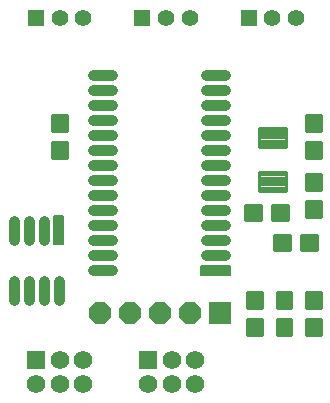
<source format=gts>
G75*
%MOIN*%
%OFA0B0*%
%FSLAX25Y25*%
%IPPOS*%
%LPD*%
%AMOC8*
5,1,8,0,0,1.08239X$1,22.5*
%
%ADD10R,0.07387X0.07387*%
%ADD11OC8,0.07387*%
%ADD12C,0.00868*%
%ADD13C,0.00567*%
%ADD14C,0.03780*%
%ADD15R,0.06187X0.06187*%
%ADD16C,0.06187*%
%ADD17R,0.05587X0.05587*%
%ADD18C,0.05587*%
%ADD19C,0.01122*%
D10*
X0091026Y0052240D03*
D11*
X0081026Y0052240D03*
X0071026Y0052240D03*
X0061026Y0052240D03*
X0051026Y0052240D03*
D12*
X0040021Y0109454D02*
X0035103Y0109454D01*
X0040021Y0109454D02*
X0040021Y0104136D01*
X0035103Y0104136D01*
X0035103Y0109454D01*
X0035103Y0105003D02*
X0040021Y0105003D01*
X0040021Y0105870D02*
X0035103Y0105870D01*
X0035103Y0106737D02*
X0040021Y0106737D01*
X0040021Y0107604D02*
X0035103Y0107604D01*
X0035103Y0108471D02*
X0040021Y0108471D01*
X0040021Y0109338D02*
X0035103Y0109338D01*
X0035103Y0118454D02*
X0040021Y0118454D01*
X0040021Y0113136D01*
X0035103Y0113136D01*
X0035103Y0118454D01*
X0035103Y0114003D02*
X0040021Y0114003D01*
X0040021Y0114870D02*
X0035103Y0114870D01*
X0035103Y0115737D02*
X0040021Y0115737D01*
X0040021Y0116604D02*
X0035103Y0116604D01*
X0035103Y0117471D02*
X0040021Y0117471D01*
X0040021Y0118338D02*
X0035103Y0118338D01*
X0104619Y0088164D02*
X0104619Y0083246D01*
X0099301Y0083246D01*
X0099301Y0088164D01*
X0104619Y0088164D01*
X0104619Y0084113D02*
X0099301Y0084113D01*
X0099301Y0084980D02*
X0104619Y0084980D01*
X0104619Y0085847D02*
X0099301Y0085847D01*
X0099301Y0086714D02*
X0104619Y0086714D01*
X0104619Y0087581D02*
X0099301Y0087581D01*
X0113619Y0088164D02*
X0113619Y0083246D01*
X0108301Y0083246D01*
X0108301Y0088164D01*
X0113619Y0088164D01*
X0113619Y0084113D02*
X0108301Y0084113D01*
X0108301Y0084980D02*
X0113619Y0084980D01*
X0113619Y0085847D02*
X0108301Y0085847D01*
X0108301Y0086714D02*
X0113619Y0086714D01*
X0113619Y0087581D02*
X0108301Y0087581D01*
X0114461Y0078321D02*
X0114461Y0073403D01*
X0109143Y0073403D01*
X0109143Y0078321D01*
X0114461Y0078321D01*
X0114461Y0074270D02*
X0109143Y0074270D01*
X0109143Y0075137D02*
X0114461Y0075137D01*
X0114461Y0076004D02*
X0109143Y0076004D01*
X0109143Y0076871D02*
X0114461Y0076871D01*
X0114461Y0077738D02*
X0109143Y0077738D01*
X0123461Y0078321D02*
X0123461Y0073403D01*
X0118143Y0073403D01*
X0118143Y0078321D01*
X0123461Y0078321D01*
X0123461Y0074270D02*
X0118143Y0074270D01*
X0118143Y0075137D02*
X0123461Y0075137D01*
X0123461Y0076004D02*
X0118143Y0076004D01*
X0118143Y0076871D02*
X0123461Y0076871D01*
X0123461Y0077738D02*
X0118143Y0077738D01*
X0119749Y0084451D02*
X0124667Y0084451D01*
X0119749Y0084451D02*
X0119749Y0089769D01*
X0124667Y0089769D01*
X0124667Y0084451D01*
X0124667Y0085318D02*
X0119749Y0085318D01*
X0119749Y0086185D02*
X0124667Y0086185D01*
X0124667Y0087052D02*
X0119749Y0087052D01*
X0119749Y0087919D02*
X0124667Y0087919D01*
X0124667Y0088786D02*
X0119749Y0088786D01*
X0119749Y0089653D02*
X0124667Y0089653D01*
X0124667Y0093451D02*
X0119749Y0093451D01*
X0119749Y0098769D01*
X0124667Y0098769D01*
X0124667Y0093451D01*
X0124667Y0094318D02*
X0119749Y0094318D01*
X0119749Y0095185D02*
X0124667Y0095185D01*
X0124667Y0096052D02*
X0119749Y0096052D01*
X0119749Y0096919D02*
X0124667Y0096919D01*
X0124667Y0097786D02*
X0119749Y0097786D01*
X0119749Y0098653D02*
X0124667Y0098653D01*
X0124667Y0109454D02*
X0119749Y0109454D01*
X0124667Y0109454D02*
X0124667Y0104136D01*
X0119749Y0104136D01*
X0119749Y0109454D01*
X0119749Y0105003D02*
X0124667Y0105003D01*
X0124667Y0105870D02*
X0119749Y0105870D01*
X0119749Y0106737D02*
X0124667Y0106737D01*
X0124667Y0107604D02*
X0119749Y0107604D01*
X0119749Y0108471D02*
X0124667Y0108471D01*
X0124667Y0109338D02*
X0119749Y0109338D01*
X0119749Y0118454D02*
X0124667Y0118454D01*
X0124667Y0113136D01*
X0119749Y0113136D01*
X0119749Y0118454D01*
X0119749Y0114003D02*
X0124667Y0114003D01*
X0124667Y0114870D02*
X0119749Y0114870D01*
X0119749Y0115737D02*
X0124667Y0115737D01*
X0124667Y0116604D02*
X0119749Y0116604D01*
X0119749Y0117471D02*
X0124667Y0117471D01*
X0124667Y0118338D02*
X0119749Y0118338D01*
X0119749Y0054081D02*
X0124667Y0054081D01*
X0119749Y0054081D02*
X0119749Y0059399D01*
X0124667Y0059399D01*
X0124667Y0054081D01*
X0124667Y0054948D02*
X0119749Y0054948D01*
X0119749Y0055815D02*
X0124667Y0055815D01*
X0124667Y0056682D02*
X0119749Y0056682D01*
X0119749Y0057549D02*
X0124667Y0057549D01*
X0124667Y0058416D02*
X0119749Y0058416D01*
X0119749Y0059283D02*
X0124667Y0059283D01*
X0124667Y0045081D02*
X0119749Y0045081D01*
X0119749Y0050399D01*
X0124667Y0050399D01*
X0124667Y0045081D01*
X0124667Y0045948D02*
X0119749Y0045948D01*
X0119749Y0046815D02*
X0124667Y0046815D01*
X0124667Y0047682D02*
X0119749Y0047682D01*
X0119749Y0048549D02*
X0124667Y0048549D01*
X0124667Y0049416D02*
X0119749Y0049416D01*
X0119749Y0050283D02*
X0124667Y0050283D01*
X0114824Y0050399D02*
X0109906Y0050399D01*
X0114824Y0050399D02*
X0114824Y0045081D01*
X0109906Y0045081D01*
X0109906Y0050399D01*
X0109906Y0045948D02*
X0114824Y0045948D01*
X0114824Y0046815D02*
X0109906Y0046815D01*
X0109906Y0047682D02*
X0114824Y0047682D01*
X0114824Y0048549D02*
X0109906Y0048549D01*
X0109906Y0049416D02*
X0114824Y0049416D01*
X0114824Y0050283D02*
X0109906Y0050283D01*
X0109906Y0059399D02*
X0114824Y0059399D01*
X0114824Y0054081D01*
X0109906Y0054081D01*
X0109906Y0059399D01*
X0109906Y0054948D02*
X0114824Y0054948D01*
X0114824Y0055815D02*
X0109906Y0055815D01*
X0109906Y0056682D02*
X0114824Y0056682D01*
X0114824Y0057549D02*
X0109906Y0057549D01*
X0109906Y0058416D02*
X0114824Y0058416D01*
X0114824Y0059283D02*
X0109906Y0059283D01*
X0104982Y0054081D02*
X0100064Y0054081D01*
X0100064Y0059399D01*
X0104982Y0059399D01*
X0104982Y0054081D01*
X0104982Y0054948D02*
X0100064Y0054948D01*
X0100064Y0055815D02*
X0104982Y0055815D01*
X0104982Y0056682D02*
X0100064Y0056682D01*
X0100064Y0057549D02*
X0104982Y0057549D01*
X0104982Y0058416D02*
X0100064Y0058416D01*
X0100064Y0059283D02*
X0104982Y0059283D01*
X0104982Y0045081D02*
X0100064Y0045081D01*
X0100064Y0050399D01*
X0104982Y0050399D01*
X0104982Y0045081D01*
X0104982Y0045948D02*
X0100064Y0045948D01*
X0100064Y0046815D02*
X0104982Y0046815D01*
X0104982Y0047682D02*
X0100064Y0047682D01*
X0100064Y0048549D02*
X0104982Y0048549D01*
X0104982Y0049416D02*
X0100064Y0049416D01*
X0100064Y0050283D02*
X0104982Y0050283D01*
D13*
X0094225Y0068146D02*
X0084713Y0068146D01*
X0094225Y0068146D02*
X0094225Y0064932D01*
X0084713Y0064932D01*
X0084713Y0068146D01*
X0084713Y0065498D02*
X0094225Y0065498D01*
X0094225Y0066064D02*
X0084713Y0066064D01*
X0084713Y0066630D02*
X0094225Y0066630D01*
X0094225Y0067196D02*
X0084713Y0067196D01*
X0084713Y0067762D02*
X0094225Y0067762D01*
X0035581Y0075201D02*
X0035581Y0084713D01*
X0038795Y0084713D01*
X0038795Y0075201D01*
X0035581Y0075201D01*
X0035581Y0075767D02*
X0038795Y0075767D01*
X0038795Y0076333D02*
X0035581Y0076333D01*
X0035581Y0076899D02*
X0038795Y0076899D01*
X0038795Y0077465D02*
X0035581Y0077465D01*
X0035581Y0078031D02*
X0038795Y0078031D01*
X0038795Y0078597D02*
X0035581Y0078597D01*
X0035581Y0079163D02*
X0038795Y0079163D01*
X0038795Y0079729D02*
X0035581Y0079729D01*
X0035581Y0080295D02*
X0038795Y0080295D01*
X0038795Y0080861D02*
X0035581Y0080861D01*
X0035581Y0081427D02*
X0038795Y0081427D01*
X0038795Y0081993D02*
X0035581Y0081993D01*
X0035581Y0082559D02*
X0038795Y0082559D01*
X0038795Y0083125D02*
X0035581Y0083125D01*
X0035581Y0083691D02*
X0038795Y0083691D01*
X0038795Y0084257D02*
X0035581Y0084257D01*
D14*
X0032188Y0083106D02*
X0032188Y0076808D01*
X0027188Y0076808D02*
X0027188Y0083106D01*
X0022188Y0083106D02*
X0022188Y0076808D01*
X0022188Y0063106D02*
X0022188Y0056808D01*
X0027188Y0056808D02*
X0027188Y0063106D01*
X0032188Y0063106D02*
X0032188Y0056808D01*
X0037188Y0056808D02*
X0037188Y0063106D01*
X0048820Y0066539D02*
X0055118Y0066539D01*
X0055118Y0071539D02*
X0048820Y0071539D01*
X0048820Y0076539D02*
X0055118Y0076539D01*
X0055118Y0081539D02*
X0048820Y0081539D01*
X0048820Y0086539D02*
X0055118Y0086539D01*
X0055118Y0091539D02*
X0048820Y0091539D01*
X0048820Y0096539D02*
X0055118Y0096539D01*
X0055118Y0101539D02*
X0048820Y0101539D01*
X0048820Y0106539D02*
X0055118Y0106539D01*
X0055118Y0111539D02*
X0048820Y0111539D01*
X0048820Y0116539D02*
X0055118Y0116539D01*
X0055118Y0121539D02*
X0048820Y0121539D01*
X0048820Y0126539D02*
X0055118Y0126539D01*
X0055118Y0131539D02*
X0048820Y0131539D01*
X0086320Y0131539D02*
X0092618Y0131539D01*
X0092618Y0126539D02*
X0086320Y0126539D01*
X0086320Y0121539D02*
X0092618Y0121539D01*
X0092618Y0116539D02*
X0086320Y0116539D01*
X0086320Y0111539D02*
X0092618Y0111539D01*
X0092618Y0106539D02*
X0086320Y0106539D01*
X0086320Y0101539D02*
X0092618Y0101539D01*
X0092618Y0096539D02*
X0086320Y0096539D01*
X0086320Y0091539D02*
X0092618Y0091539D01*
X0092618Y0086539D02*
X0086320Y0086539D01*
X0086320Y0081539D02*
X0092618Y0081539D01*
X0092618Y0076539D02*
X0086320Y0076539D01*
X0086320Y0071539D02*
X0092618Y0071539D01*
D15*
X0067089Y0036492D03*
X0029688Y0036492D03*
D16*
X0029688Y0028618D03*
X0037562Y0028618D03*
X0037562Y0036492D03*
X0045436Y0036492D03*
X0045436Y0028618D03*
X0067089Y0028618D03*
X0074963Y0028618D03*
X0074963Y0036492D03*
X0082838Y0036492D03*
X0082838Y0028618D03*
D17*
X0100554Y0150665D03*
X0065121Y0150665D03*
X0029688Y0150665D03*
D18*
X0037562Y0150665D03*
X0045436Y0150665D03*
X0072995Y0150665D03*
X0080869Y0150665D03*
X0108428Y0150665D03*
X0116302Y0150665D03*
D19*
X0112985Y0113884D02*
X0103871Y0113884D01*
X0112985Y0113884D02*
X0112985Y0107526D01*
X0103871Y0107526D01*
X0103871Y0113884D01*
X0103871Y0108647D02*
X0112985Y0108647D01*
X0112985Y0109768D02*
X0103871Y0109768D01*
X0103871Y0110889D02*
X0112985Y0110889D01*
X0112985Y0112010D02*
X0103871Y0112010D01*
X0103871Y0113131D02*
X0112985Y0113131D01*
X0112985Y0099317D02*
X0103871Y0099317D01*
X0112985Y0099317D02*
X0112985Y0092959D01*
X0103871Y0092959D01*
X0103871Y0099317D01*
X0103871Y0094080D02*
X0112985Y0094080D01*
X0112985Y0095201D02*
X0103871Y0095201D01*
X0103871Y0096322D02*
X0112985Y0096322D01*
X0112985Y0097443D02*
X0103871Y0097443D01*
X0103871Y0098564D02*
X0112985Y0098564D01*
M02*

</source>
